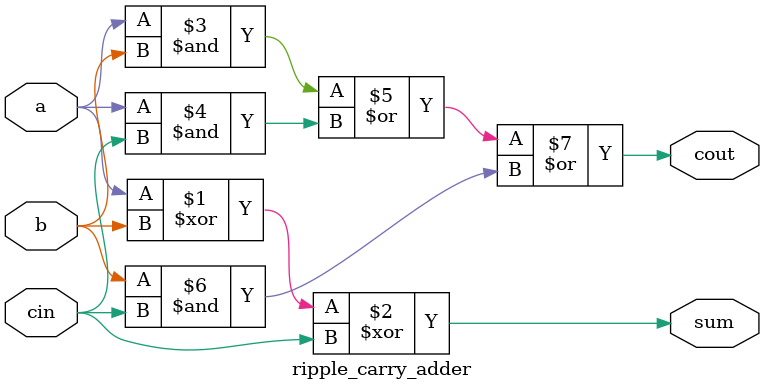
<source format=v>
`timescale 1ns / 1ps


module ripple_carry_adder(

input a,b,cin,
output sum,cout
    );

assign sum = (a^b^cin);    
assign cout = (a & b)|(a & cin)|(b & cin);
    
endmodule

</source>
